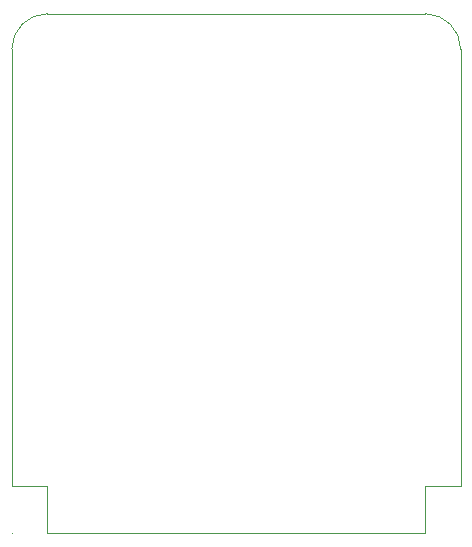
<source format=gbo>
G04 (created by PCBNEW (2013-07-07 BZR 4022)-stable) date 2026/02/15 0:01:33*
%MOIN*%
G04 Gerber Fmt 3.4, Leading zero omitted, Abs format*
%FSLAX34Y34*%
G01*
G70*
G90*
G04 APERTURE LIST*
%ADD10C,0.00590551*%
%ADD11C,0.00393701*%
G04 APERTURE END LIST*
G54D10*
G54D11*
X0Y0D02*
G75*
G03X0Y0I0J0D01*
G74*
G01*
X0Y0D02*
X0Y0D01*
X0Y0D02*
X0Y0D01*
X0Y0D02*
G75*
G03X0Y0I0J0D01*
G74*
G01*
X0Y0D02*
X0Y0D01*
X0Y0D02*
X0Y0D01*
X0Y0D02*
G75*
G03X0Y0I0J0D01*
G74*
G01*
X0Y0D02*
X0Y0D01*
X0Y0D02*
X0Y0D01*
X14960Y16141D02*
G75*
G03X13779Y17322I-1181J0D01*
G74*
G01*
X1181Y17322D02*
G75*
G03X0Y16141I0J-1181D01*
G74*
G01*
X1181Y17322D02*
X13779Y17322D01*
X14960Y1574D02*
X14960Y16141D01*
X13779Y1574D02*
X14960Y1574D01*
X13779Y0D02*
X13779Y1574D01*
X1181Y0D02*
X13779Y0D01*
X1181Y1574D02*
X1181Y0D01*
X0Y1574D02*
X1181Y1574D01*
X0Y16141D02*
X0Y1574D01*
M02*

</source>
